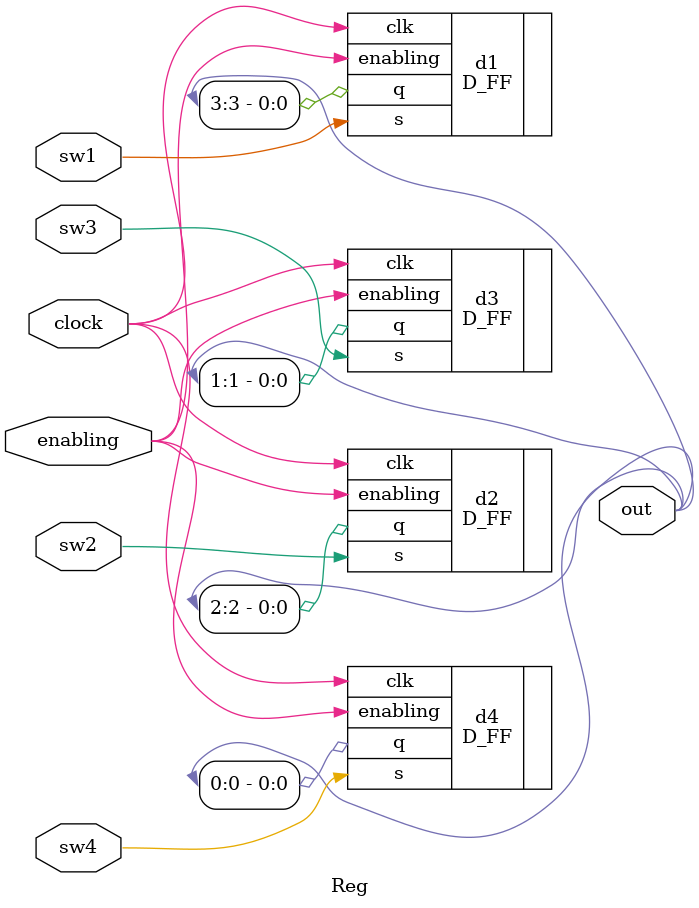
<source format=v>
`timescale 1ns / 1ps
module Reg(clock,sw1,sw2,sw3,sw4,out,enabling);
		
		input wire [0:0] enabling;				//enabling input
		input wire [0:0] 	clock; 				//input clock
		input wire [0:0] sw1,sw2,sw3,sw4;   //actual input
		output wire [3:0] out;					//actual output
		
		D_FF d1(.s(sw1),.clk(clock),.q(out[3]),.enabling(enabling)); //bit najvece tezine
		D_FF d2(.s(sw2),.clk(clock),.q(out[2]),.enabling(enabling));
		D_FF d3(.s(sw3),.clk(clock),.q(out[1]),.enabling(enabling));
		D_FF d4(.s(sw4),.clk(clock),.q(out[0]),.enabling(enabling)); //bit najmanje tezine
		
endmodule

</source>
